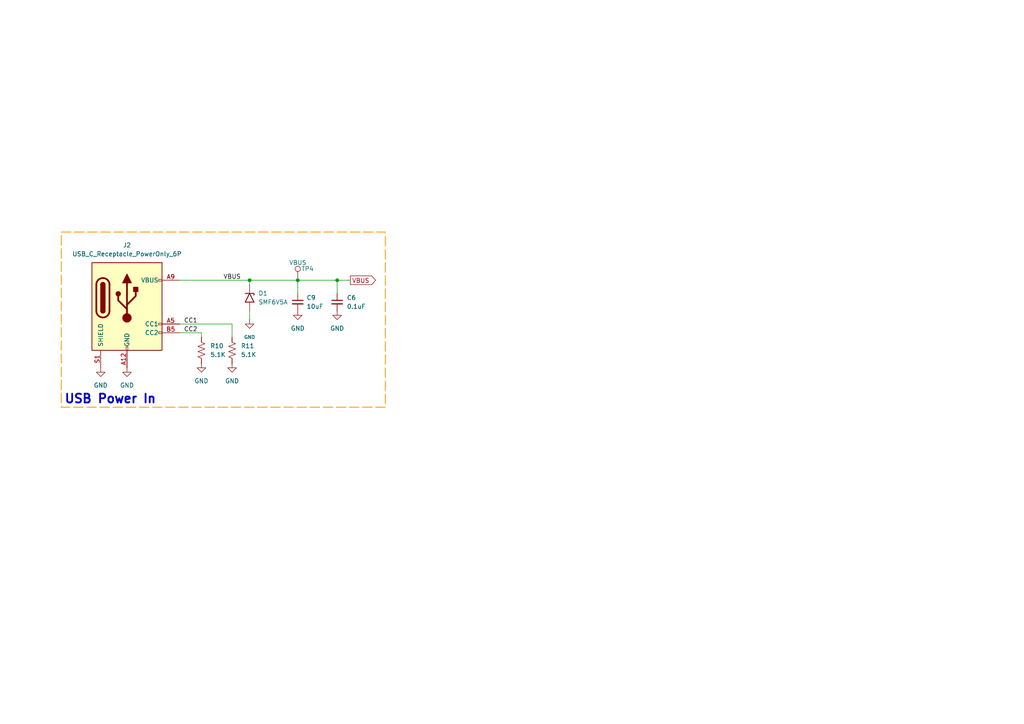
<source format=kicad_sch>
(kicad_sch (version 20250114) (generator "eeschema") (generator_version "9.0")
  (paper "A4")
  (lib_symbols
    (symbol "Connector:TestPoint" (pin_numbers (hide yes)) (pin_names (offset 0.762) (hide yes))
      (property "Reference" "TP" (at 0 6.858 0))
      (property "Value" "TestPoint" (at 0 5.08 0))
      (symbol "TestPoint_0_1"
        (circle (center 0 3.302) (radius 0.762))
      )
      (symbol "TestPoint_1_1"
        (pin passive line (at 0 0 90) (length 2.54) (name "1") (number "1"))
      )
    )
    (symbol "Connector:USB_C_Receptacle_PowerOnly_6P" (pin_names (offset 1.016))
      (property "Reference" "J" (at 0 16.51 0))
      (property "Value" "USB_C_Receptacle_PowerOnly_6P" (at 0 13.97 0))
      (symbol "USB_C_Receptacle_PowerOnly_6P_0_0"
        (rectangle (start -0.254 -12.7) (end 0.254 -11.684))
        (rectangle (start 10.16 7.874) (end 9.144 7.366))
        (rectangle (start 10.16 -4.826) (end 9.144 -5.334))
        (rectangle (start 10.16 -7.366) (end 9.144 -7.874))
      )
      (symbol "USB_C_Receptacle_PowerOnly_6P_0_1"
        (rectangle (start -10.16 12.7) (end 10.16 -12.7) (stroke (width 0.254)) (fill (type background)))
        (polyline (pts (xy -8.89 -1.27) (xy -8.89 6.35)) (stroke (width 0.508)))
        (rectangle (start -7.62 -1.27) (end -6.35 6.35) (stroke (width 0.254)) (fill (type outline)))
        (arc (start -7.62 6.35) (mid -6.985 6.9823) (end -6.35 6.35) (stroke (width 0.254)))
        (arc (start -7.62 6.35) (mid -6.985 6.9823) (end -6.35 6.35) (stroke (width 0.254)) (fill (type outline)))
        (arc (start -8.89 6.35) (mid -6.985 8.2467) (end -5.08 6.35) (stroke (width 0.508)))
        (arc (start -5.08 -1.27) (mid -6.985 -3.1667) (end -8.89 -1.27) (stroke (width 0.508)))
        (arc (start -6.35 -1.27) (mid -6.985 -1.9023) (end -7.62 -1.27) (stroke (width 0.254)))
        (arc (start -6.35 -1.27) (mid -6.985 -1.9023) (end -7.62 -1.27) (stroke (width 0.254)) (fill (type outline)))
        (polyline (pts (xy -5.08 6.35) (xy -5.08 -1.27)) (stroke (width 0.508)))
        (circle (center -2.54 3.683) (radius 0.635) (stroke (width 0.254)) (fill (type outline)))
        (polyline (pts (xy -1.27 6.858) (xy 0 9.398) (xy 1.27 6.858) (xy -1.27 6.858)) (stroke (width 0.254)) (fill (type outline)))
        (polyline (pts (xy 0 0.508) (xy 2.54 3.048) (xy 2.54 4.318)) (stroke (width 0.508)))
        (polyline (pts (xy 0 -0.762) (xy -2.54 1.778) (xy -2.54 3.048)) (stroke (width 0.508)))
        (polyline (pts (xy 0 -3.302) (xy 0 6.858)) (stroke (width 0.508)))
        (circle (center 0 -3.302) (radius 1.27) (fill (type outline)))
        (rectangle (start 1.905 4.318) (end 3.175 5.588) (stroke (width 0.254)) (fill (type outline)))
      )
      (symbol "USB_C_Receptacle_PowerOnly_6P_1_1"
        (pin passive line (at -7.62 -17.78 90) (length 5.08) (name "SHIELD") (number "S1"))
        (pin passive line (at 0 -17.78 90) (length 5.08) (name "GND") (number "A12"))
        (pin passive line (at 0 -17.78 90) (length 5.08) (hide yes) (name "GND") (number "B12"))
        (pin passive line (at 15.24 7.62 180) (length 5.08) (name "VBUS") (number "A9"))
        (pin passive line (at 15.24 7.62 180) (length 5.08) (hide yes) (name "VBUS") (number "B9"))
        (pin bidirectional line (at 15.24 -5.08 180) (length 5.08) (name "CC1") (number "A5"))
        (pin bidirectional line (at 15.24 -7.62 180) (length 5.08) (name "CC2") (number "B5"))
      )
    )
    (symbol "Device:C_Small" (pin_numbers (hide yes)) (pin_names (offset 0.254) (hide yes))
      (property "Reference" "C" (at 0.254 1.778 0))
      (property "Value" "C_Small" (at 0.254 -2.032 0))
      (symbol "C_Small_0_1"
        (polyline (pts (xy -1.524 0.508) (xy 1.524 0.508)) (stroke (width 0.3048)))
        (polyline (pts (xy -1.524 -0.508) (xy 1.524 -0.508)) (stroke (width 0.3302)))
      )
      (symbol "C_Small_1_1"
        (pin passive line (at 0 2.54 270) (length 2.032) (name "~") (number "1"))
        (pin passive line (at 0 -2.54 90) (length 2.032) (name "~") (number "2"))
      )
    )
    (symbol "Device:R_US" (pin_numbers (hide yes)) (pin_names (offset 0))
      (property "Reference" "R" (at 2.54 0 90))
      (property "Value" "R_US" (at -2.54 0 90))
      (symbol "R_US_0_1"
        (polyline (pts (xy 0 2.286) (xy 0 2.54)))
        (polyline (pts (xy 0 2.286) (xy 1.016 1.905) (xy 0 1.524) (xy -1.016 1.143) (xy 0 0.762)))
        (polyline (pts (xy 0 0.762) (xy 1.016 0.381) (xy 0 0) (xy -1.016 -0.381) (xy 0 -0.762)))
        (polyline (pts (xy 0 -0.762) (xy 1.016 -1.143) (xy 0 -1.524) (xy -1.016 -1.905) (xy 0 -2.286)))
        (polyline (pts (xy 0 -2.286) (xy 0 -2.54)))
      )
      (symbol "R_US_1_1"
        (pin passive line (at 0 3.81 270) (length 1.27) (name "~") (number "1"))
        (pin passive line (at 0 -3.81 90) (length 1.27) (name "~") (number "2"))
      )
    )
    (symbol "Diode:SMF6V5A" (pin_numbers (hide yes)) (pin_names (offset 1.016) (hide yes))
      (property "Reference" "D" (at 0 2.54 0))
      (property "Value" "SMF6V5A" (at 0 -2.54 0))
      (symbol "SMF6V5A_0_1"
        (polyline (pts (xy -0.762 1.27) (xy -1.27 1.27) (xy -1.27 -1.27)) (stroke (width 0.254)))
        (polyline (pts (xy 1.27 1.27) (xy 1.27 -1.27) (xy -1.27 0) (xy 1.27 1.27)) (stroke (width 0.254)))
      )
      (symbol "SMF6V5A_1_1"
        (pin passive line (at -3.81 0 0) (length 2.54) (name "A1") (number "1"))
        (pin passive line (at 3.81 0 180) (length 2.54) (name "A2") (number "2"))
      )
    )
    (symbol "power:GND" (power) (pin_numbers (hide yes)) (pin_names (offset 0) (hide yes))
      (property "Value" "GND" (at 0 -3.81 0))
      (symbol "GND_0_1"
        (polyline (pts (xy 0 0) (xy 0 -1.27) (xy 1.27 -1.27) (xy 0 -2.54) (xy -1.27 -1.27) (xy 0 -1.27)))
      )
      (symbol "GND_1_1"
        (pin power_in line (at 0 0 270) (length 0) (name "~") (number "1"))
      )
    )
  )
  (rectangle (start 17.78 67.31) (end 111.76 118.11) (stroke (width 0.254) (type dash) (color 255 153 0 1)))
  (text "USB Power In" (at 18.542 115.824 0) (effects (font (size 2.54 2.54) (thickness 0.508) (bold yes)) (justify left)))
  (junction (at 86.36 81.28))
  (junction (at 97.79 81.28))
  (junction (at 72.39 81.28))
  (wire (pts (xy 97.79 81.28) (xy 97.79 85.09)))
  (wire (pts (xy 72.39 82.55) (xy 72.39 81.28)))
  (wire (pts (xy 58.42 96.52) (xy 58.42 97.79)))
  (wire (pts (xy 67.31 93.98) (xy 67.31 97.79)))
  (wire (pts (xy 52.07 96.52) (xy 58.42 96.52)))
  (wire (pts (xy 86.36 81.28) (xy 86.36 85.09)))
  (wire (pts (xy 72.39 81.28) (xy 86.36 81.28)))
  (wire (pts (xy 52.07 81.28) (xy 72.39 81.28)))
  (wire (pts (xy 97.79 81.28) (xy 101.6 81.28)))
  (wire (pts (xy 86.36 81.28) (xy 97.79 81.28)))
  (wire (pts (xy 72.39 90.17) (xy 72.39 92.71)))
  (wire (pts (xy 52.07 93.98) (xy 67.31 93.98)))
  (label "CC1" (at 53.34 93.98 0))
  (label "CC2" (at 53.34 96.52 0))
  (label "VBUS" (at 64.77 81.28 0))
  (global_label "VBUS" (shape output) (at 101.6 81.28 0) (property "Intersheetrefs" "${INTERSHEET_REFS}" (at 109.4838 81.28 0) (effects (justify left))))
  (symbol (lib_id "power:GND") (at 72.39 92.71 0) (unit 1)
    (property "Reference" "#PWR08" (effects (hide yes)))
    (property "Value" "GND" (at 72.39 97.79 0) (effects (font (size 1 1))))
  )
  (symbol (lib_id "Device:C_Small") (at 86.36 87.63 0) (unit 1)
    (property "Reference" "C9" (at 88.9 86.36 0) (effects (justify left)))
    (property "Value" "10uF" (at 88.9 88.9 0) (effects (justify left)))
    (property "Footprint" "Capacitor_SMD:C_0603_1608Metric" (effects (hide yes)))
    (property "Datasheet" "https://mm.digikey.com/Volume0/opasdata/d220001/medias/docus/43/CL10A106MO8NQNC_Spec.pdf" (effects (hide yes)))
    (property "Description" "CAP CER 10UF 16V X5R 0603" (effects (hide yes)))
    (property "MF" "Samsung" (effects (hide yes)))
    (property "MPN" "CL10A106MO8NQNC" (effects (hide yes)))
    (property "LCSC" "C92487" (effects (hide yes)))
    (property "Digikey" "1276-1870-2-ND" (effects (hide yes)))
    (property "Mouser" "187-CL10A106MO8NQNC" (effects (hide yes)))
  )
  (symbol (lib_id "power:GND") (at 29.21 106.68 0) (unit 1)
    (property "Reference" "#PWR087" (effects (hide yes)))
    (property "Value" "GND" (at 29.21 111.76 0))
    (property "Description" "Power symbol creates a global label with name \"GND\" , ground" (effects (hide yes)))
  )
  (symbol (lib_id "power:GND") (at 67.31 105.41 0) (unit 1)
    (property "Reference" "#PWR086" (effects (hide yes)))
    (property "Value" "GND" (at 67.31 110.49 0))
    (property "Description" "Power symbol creates a global label with name \"GND\" , ground" (effects (hide yes)))
  )
  (symbol (lib_id "power:GND") (at 36.83 106.68 0) (unit 1)
    (property "Reference" "#PWR088" (effects (hide yes)))
    (property "Value" "GND" (at 36.83 111.76 0))
    (property "Description" "Power symbol creates a global label with name \"GND\" , ground" (effects (hide yes)))
  )
  (symbol (lib_id "Device:C_Small") (at 97.79 87.63 0) (unit 1)
    (property "Reference" "C6" (at 100.584 86.36 0) (effects (justify left)))
    (property "Value" "0.1uF" (at 100.584 88.9 0) (effects (justify left)))
    (property "Footprint" "Capacitor_SMD:C_0603_1608Metric" (effects (hide yes)))
    (property "Datasheet" "https://mm.digikey.com/Volume0/opasdata/d220001/medias/docus/609/CL10B104KO8NNNC_Spec.pdf" (effects (hide yes)))
    (property "Description" "CAP CER 0.1UF 16V X7R 0603" (effects (hide yes)))
    (property "MF" "Samsung" (effects (hide yes)))
    (property "MPN" "CL10B104KO8NNNC" (effects (hide yes)))
    (property "LCSC" "C66501" (effects (hide yes)))
    (property "Mouser" "187-CL10B104KO8NNNC" (effects (hide yes)))
    (property "Digikey" "1276-1005-2-ND" (effects (hide yes)))
  )
  (symbol (lib_id "Diode:SMF6V5A") (at 72.39 86.36 270) (unit 1)
    (property "Reference" "D1" (at 74.93 85.0899 90) (effects (justify left)))
    (property "Value" "SMF6V5A" (at 74.93 87.6299 90) (effects (justify left)))
    (property "Footprint" "Diode_SMD:D_SOD-123F" (effects (hide yes)))
    (property "Datasheet" "https://www.littelfuse.com/assetdocs/tvs-diodes-smf-datasheet?assetguid=7EB8A5B6-BDD0-4561-8F19-0C3CC6F9B2AF" (effects (hide yes)))
    (property "Description" "17.9A 200W 11.2V 7.22V 6.5V SOD-123FL ESD and Surge Protection" (effects (hide yes)))
    (property "MN" "Little Fuse" (effects (hide yes)))
    (property "MPN" "SMF6.5A" (effects (hide yes)))
    (property "LCSC" "C2943842" (effects (hide yes)))
    (property "JLCPCB" "C2943842" (effects (hide yes)))
    (property "JLCPCB Datasheet" "https://jlcpcb.com/api/file/downloadByFileSystemAccessId/8590221699737153536" (effects (hide yes)))
    (property "Mouser PN" "576-SMF6.5A" (effects (hide yes)))
    (property "Digikey PN" "F5750TR-ND" (effects (hide yes)))
  )
  (symbol (lib_id "Device:R_US") (at 58.42 101.6 0) (unit 1)
    (property "Reference" "R10" (at 60.96 100.3299 0) (effects (justify left)))
    (property "Value" "5.1K" (at 60.96 102.8699 0) (effects (justify left)))
    (property "Footprint" "Resistor_SMD:R_0603_1608Metric" (effects (hide yes)))
    (property "Datasheet" "https://jlcpcb.com/api/file/downloadByFileSystemAccessId/8589837035717488640" (effects (hide yes)))
    (property "Description" "100mW Thick Film Resistors 75V ±100ppm/℃ ±5% 5.1kΩ 0603 Chip Resistor" (effects (hide yes)))
    (property "MF" "FOJAN" (effects (hide yes)))
    (property "MPN" "FRC0603J512 TS" (effects (hide yes)))
    (property "LCSC" "C2907114" (effects (hide yes)))
  )
  (symbol (lib_id "power:GND") (at 97.79 90.17 0) (unit 1)
    (property "Reference" "#PWR019" (effects (hide yes)))
    (property "Value" "GND" (at 97.79 95.25 0))
    (property "Description" "Power symbol creates a global label with name \"GND\" , ground" (effects (hide yes)))
  )
  (symbol (lib_id "Connector:USB_C_Receptacle_PowerOnly_6P") (at 36.83 88.9 0) (unit 1)
    (property "Reference" "J2" (at 36.83 71.12 0))
    (property "Value" "USB_C_Receptacle_PowerOnly_6P" (at 36.83 73.66 0))
    (property "Footprint" "Connector_USB:USB_C_Receptacle_GCT_USB4105-xx-A_16P_TopMnt_Horizontal" (effects (hide yes)))
    (property "Datasheet" "https://www.usb.org/sites/default/files/documents/usb_type-c.zip" (effects (hide yes)))
    (property "Description" "USB Power-Only 6P Type-C Receptacle connector" (effects (hide yes)))
    (property "LCSC" "C5184243" (effects (hide yes)))
    (property "MN" "GCT" (effects (hide yes)))
    (property "MPN" "USB4105-GF-A-120" (effects (hide yes)))
  )
  (symbol (lib_id "power:GND") (at 58.42 105.41 0) (unit 1)
    (property "Reference" "#PWR085" (effects (hide yes)))
    (property "Value" "GND" (at 58.42 110.49 0))
    (property "Description" "Power symbol creates a global label with name \"GND\" , ground" (effects (hide yes)))
  )
  (symbol (lib_id "Connector:TestPoint") (at 86.36 81.28 0) (unit 1)
    (property "Reference" "TP4" (at 87.376 77.978 0) (effects (justify left)))
    (property "Value" "VBUS" (at 83.82 76.2 0) (effects (justify left)))
    (property "Footprint" "TestPoint:TestPoint_Pad_D1.0mm" (effects (hide yes)))
    (property "Description" "test point" (effects (hide yes)))
  )
  (symbol (lib_id "Device:R_US") (at 67.31 101.6 0) (unit 1)
    (property "Reference" "R11" (at 69.85 100.3299 0) (effects (justify left)))
    (property "Value" "5.1K" (at 69.85 102.8699 0) (effects (justify left)))
    (property "Footprint" "Resistor_SMD:R_0603_1608Metric" (effects (hide yes)))
    (property "Datasheet" "https://jlcpcb.com/api/file/downloadByFileSystemAccessId/8589837035717488640" (effects (hide yes)))
    (property "Description" "100mW Thick Film Resistors 75V ±100ppm/℃ ±5% 5.1kΩ 0603 Chip Resistor" (effects (hide yes)))
    (property "MF" "FOJAN" (effects (hide yes)))
    (property "MPN" "FRC0603J512 TS" (effects (hide yes)))
    (property "LCSC" "C2907114" (effects (hide yes)))
  )
  (symbol (lib_id "power:GND") (at 86.36 90.17 0) (unit 1)
    (property "Reference" "#PWR022" (effects (hide yes)))
    (property "Value" "GND" (at 86.36 95.25 0))
    (property "Description" "Power symbol creates a global label with name \"GND\" , ground" (effects (hide yes)))
  )
)
</source>
